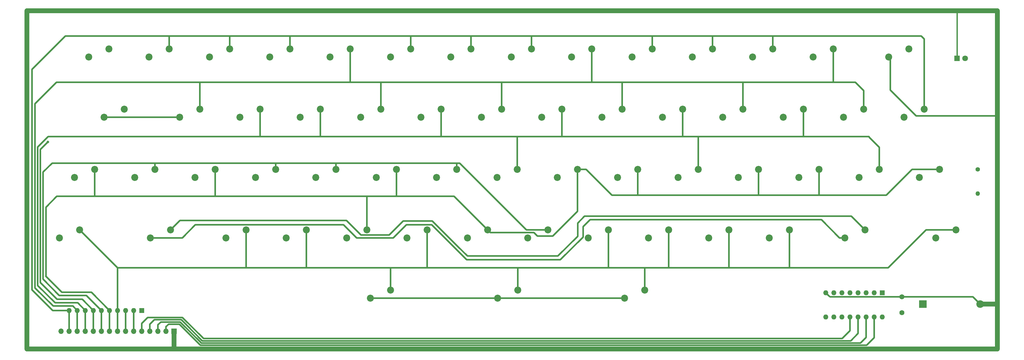
<source format=gbr>
%TF.GenerationSoftware,KiCad,Pcbnew,7.0.7*%
%TF.CreationDate,2024-01-28T23:49:52+00:00*%
%TF.ProjectId,Lynx-Keyboard,4c796e78-2d4b-4657-9962-6f6172642e6b,rev?*%
%TF.SameCoordinates,Original*%
%TF.FileFunction,Copper,L2,Bot*%
%TF.FilePolarity,Positive*%
%FSLAX46Y46*%
G04 Gerber Fmt 4.6, Leading zero omitted, Abs format (unit mm)*
G04 Created by KiCad (PCBNEW 7.0.7) date 2024-01-28 23:49:52*
%MOMM*%
%LPD*%
G01*
G04 APERTURE LIST*
%TA.AperFunction,ComponentPad*%
%ADD10R,1.800000X1.800000*%
%TD*%
%TA.AperFunction,ComponentPad*%
%ADD11C,1.800000*%
%TD*%
%TA.AperFunction,ComponentPad*%
%ADD12R,2.400000X2.400000*%
%TD*%
%TA.AperFunction,ComponentPad*%
%ADD13O,2.400000X2.400000*%
%TD*%
%TA.AperFunction,ComponentPad*%
%ADD14C,2.200000*%
%TD*%
%TA.AperFunction,ComponentPad*%
%ADD15R,1.600000X1.600000*%
%TD*%
%TA.AperFunction,ComponentPad*%
%ADD16O,1.600000X1.600000*%
%TD*%
%TA.AperFunction,ComponentPad*%
%ADD17C,1.600000*%
%TD*%
%TA.AperFunction,ComponentPad*%
%ADD18C,1.400000*%
%TD*%
%TA.AperFunction,ComponentPad*%
%ADD19O,1.400000X1.400000*%
%TD*%
%TA.AperFunction,ComponentPad*%
%ADD20R,1.700000X1.700000*%
%TD*%
%TA.AperFunction,ComponentPad*%
%ADD21O,1.700000X1.700000*%
%TD*%
%TA.AperFunction,ViaPad*%
%ADD22C,0.800000*%
%TD*%
%TA.AperFunction,Conductor*%
%ADD23C,1.500000*%
%TD*%
%TA.AperFunction,Conductor*%
%ADD24C,0.500000*%
%TD*%
%TA.AperFunction,Conductor*%
%ADD25C,0.400000*%
%TD*%
G04 APERTURE END LIST*
D10*
%TO.P,D18,1,K*%
%TO.N,GND*%
X328600000Y-50690000D03*
D11*
%TO.P,D18,2,A*%
%TO.N,Net-(D18-A)*%
X331140000Y-50690000D03*
%TD*%
D12*
%TO.P,C2,1*%
%TO.N,+5V*%
X317850000Y-128112500D03*
D13*
%TO.P,C2,2*%
%TO.N,GND*%
X335850000Y-128112500D03*
%TD*%
D14*
%TO.P,SW41,1,A*%
%TO.N,ROW4*%
X76100000Y-85700000D03*
%TO.P,SW41,2,B*%
%TO.N,COL0*%
X69750000Y-88240000D03*
%TD*%
%TO.P,SW74,1,A*%
%TO.N,!RST*%
X313400000Y-47700000D03*
%TO.P,SW74,2,B*%
%TO.N,GND*%
X307050000Y-50240000D03*
%TD*%
%TO.P,SW5,1,A*%
%TO.N,ROW0*%
X175600000Y-47700000D03*
%TO.P,SW5,2,B*%
%TO.N,COL4*%
X169250000Y-50240000D03*
%TD*%
%TO.P,SW56,1,A*%
%TO.N,ROW5*%
X209100000Y-85700000D03*
%TO.P,SW56,2,B*%
%TO.N,COL5*%
X202750000Y-88240000D03*
%TD*%
%TO.P,SW4,1,A*%
%TO.N,ROW0*%
X156600000Y-47700000D03*
%TO.P,SW4,2,B*%
%TO.N,COL3*%
X150250000Y-50240000D03*
%TD*%
%TO.P,SW22,1,A*%
%TO.N,ROW2*%
X128200000Y-66700000D03*
%TO.P,SW22,2,B*%
%TO.N,COL1*%
X121850000Y-69240000D03*
%TD*%
%TO.P,SW44,1,A*%
%TO.N,ROW4*%
X171100000Y-85700000D03*
%TO.P,SW44,2,B*%
%TO.N,COL3*%
X164750000Y-88240000D03*
%TD*%
%TO.P,SW64,1,A*%
%TO.N,ROW6*%
X161800000Y-104700000D03*
%TO.P,SW64,2,B*%
%TO.N,COL3*%
X155450000Y-107240000D03*
%TD*%
%TO.P,SW72,1,A*%
%TO.N,ROW6*%
X150300000Y-123700000D03*
%TO.P,SW72,2,B*%
%TO.N,COL4*%
X143950000Y-126240000D03*
%TD*%
%TO.P,SW69,1,A*%
%TO.N,ROW6*%
X275800000Y-104700000D03*
%TO.P,SW69,2,B*%
%TO.N,COL8*%
X269450000Y-107240000D03*
%TD*%
%TO.P,SW71,1,A*%
%TO.N,ROW7*%
X81000000Y-104700000D03*
%TO.P,SW71,2,B*%
%TO.N,COL0*%
X74650000Y-107240000D03*
%TD*%
%TO.P,SW68,1,A*%
%TO.N,ROW6*%
X256800000Y-104700000D03*
%TO.P,SW68,2,B*%
%TO.N,COL7*%
X250450000Y-107240000D03*
%TD*%
%TO.P,SW66,1,A*%
%TO.N,ROW6*%
X218800000Y-104700000D03*
%TO.P,SW66,2,B*%
%TO.N,COL5*%
X212450000Y-107240000D03*
%TD*%
%TO.P,SW3,1,A*%
%TO.N,ROW0*%
X99600000Y-47700000D03*
%TO.P,SW3,2,B*%
%TO.N,COL2*%
X93250000Y-50240000D03*
%TD*%
%TO.P,SW18,1,A*%
%TO.N,ROW1*%
X261200000Y-66700000D03*
%TO.P,SW18,2,B*%
%TO.N,COL7*%
X254850000Y-69240000D03*
%TD*%
%TO.P,SW59,1,A*%
%TO.N,ROW5*%
X285100000Y-85700000D03*
%TO.P,SW59,2,B*%
%TO.N,COL8*%
X278750000Y-88240000D03*
%TD*%
D15*
%TO.P,IC1,1,~{Q0}*%
%TO.N,COL0*%
X305050000Y-124530000D03*
D16*
%TO.P,IC1,2,~{Q1}*%
%TO.N,COL1*%
X302510000Y-124530000D03*
%TO.P,IC1,3,~{Q2}*%
%TO.N,COL2*%
X299970000Y-124530000D03*
%TO.P,IC1,4,~{Q3}*%
%TO.N,COL3*%
X297430000Y-124530000D03*
%TO.P,IC1,5,~{Q4}*%
%TO.N,COL4*%
X294890000Y-124530000D03*
%TO.P,IC1,6,~{Q5}*%
%TO.N,COL5*%
X292350000Y-124530000D03*
%TO.P,IC1,7,~{Q6}*%
%TO.N,COL6*%
X289810000Y-124530000D03*
%TO.P,IC1,8,GND*%
%TO.N,GND*%
X287270000Y-124530000D03*
%TO.P,IC1,9,~{Q7}*%
%TO.N,COL7*%
X287270000Y-132150000D03*
%TO.P,IC1,10,~{Q8}*%
%TO.N,COL8*%
X289810000Y-132150000D03*
%TO.P,IC1,11,~{Q9}*%
%TO.N,COL9*%
X292350000Y-132150000D03*
%TO.P,IC1,12,D*%
%TO.N,/KBA3*%
X294890000Y-132150000D03*
%TO.P,IC1,13,C*%
%TO.N,/KBA2*%
X297430000Y-132150000D03*
%TO.P,IC1,14,B*%
%TO.N,/KBA1*%
X299970000Y-132150000D03*
%TO.P,IC1,15,A*%
%TO.N,/KBA0*%
X302510000Y-132150000D03*
%TO.P,IC1,16,VCC*%
%TO.N,+5V*%
X305050000Y-132150000D03*
%TD*%
D14*
%TO.P,SW53,1,A*%
%TO.N,ROW5*%
X95100000Y-85700000D03*
%TO.P,SW53,2,B*%
%TO.N,COL2*%
X88750000Y-88240000D03*
%TD*%
%TO.P,SW55,1,A*%
%TO.N,ROW5*%
X180800000Y-104700000D03*
%TO.P,SW55,2,B*%
%TO.N,COL4*%
X174450000Y-107240000D03*
%TD*%
%TO.P,SW75,1,A*%
%TO.N,ROW7*%
X299600000Y-104700000D03*
%TO.P,SW75,2,B*%
%TO.N,COL0*%
X293250000Y-107240000D03*
%TD*%
%TO.P,SW30,1,A*%
%TO.N,ROW2*%
X304100000Y-85700000D03*
%TO.P,SW30,2,B*%
%TO.N,COL9*%
X297750000Y-88240000D03*
%TD*%
%TO.P,SW51,1,A*%
%TO.N,ROW5*%
X57100000Y-85700000D03*
%TO.P,SW51,2,B*%
%TO.N,COL0*%
X50750000Y-88240000D03*
%TD*%
%TO.P,SW26,1,A*%
%TO.N,ROW2*%
X204200000Y-66700000D03*
%TO.P,SW26,2,B*%
%TO.N,COL5*%
X197850000Y-69240000D03*
%TD*%
%TO.P,SW45,1,A*%
%TO.N,ROW4*%
X199800000Y-104700000D03*
%TO.P,SW45,2,B*%
%TO.N,COL4*%
X193450000Y-107240000D03*
%TD*%
D17*
%TO.P,C1,1*%
%TO.N,GND*%
X311190000Y-125830000D03*
%TO.P,C1,2*%
%TO.N,+5V*%
X311190000Y-130830000D03*
%TD*%
D14*
%TO.P,SW15,1,A*%
%TO.N,ROW1*%
X185200000Y-66700000D03*
%TO.P,SW15,2,B*%
%TO.N,COL4*%
X178850000Y-69240000D03*
%TD*%
%TO.P,SW42,1,A*%
%TO.N,ROW4*%
X133100000Y-85700000D03*
%TO.P,SW42,2,B*%
%TO.N,COL1*%
X126750000Y-88240000D03*
%TD*%
%TO.P,SW2,1,A*%
%TO.N,ROW0*%
X118600000Y-47700000D03*
%TO.P,SW2,2,B*%
%TO.N,COL1*%
X112250000Y-50240000D03*
%TD*%
%TO.P,SW54,1,A*%
%TO.N,ROW5*%
X152100000Y-85700000D03*
%TO.P,SW54,2,B*%
%TO.N,COL3*%
X145750000Y-88240000D03*
%TD*%
%TO.P,SW23,1,A*%
%TO.N,ROW2*%
X109200000Y-66700000D03*
%TO.P,SW23,2,B*%
%TO.N,COL2*%
X102850000Y-69240000D03*
%TD*%
%TO.P,SW25,1,A*%
%TO.N,ROW2*%
X190100000Y-85700000D03*
%TO.P,SW25,2,B*%
%TO.N,COL4*%
X183750000Y-88240000D03*
%TD*%
%TO.P,SW6,1,A*%
%TO.N,ROW0*%
X194600000Y-47700000D03*
%TO.P,SW6,2,B*%
%TO.N,COL5*%
X188250000Y-50240000D03*
%TD*%
%TO.P,SW63,1,A*%
%TO.N,ROW6*%
X104800000Y-104700000D03*
%TO.P,SW63,2,B*%
%TO.N,COL2*%
X98450000Y-107240000D03*
%TD*%
%TO.P,SW65,1,A*%
%TO.N,ROW6*%
X190300000Y-123700000D03*
%TO.P,SW65,2,B*%
%TO.N,COL4*%
X183950000Y-126240000D03*
%TD*%
%TO.P,SW24,1,A*%
%TO.N,ROW2*%
X166200000Y-66700000D03*
%TO.P,SW24,2,B*%
%TO.N,COL3*%
X159850000Y-69240000D03*
%TD*%
%TO.P,SW28,1,A*%
%TO.N,ROW2*%
X247100000Y-85700000D03*
%TO.P,SW28,2,B*%
%TO.N,COL7*%
X240750000Y-88240000D03*
%TD*%
%TO.P,SW29,1,A*%
%TO.N,ROW2*%
X280200000Y-66700000D03*
%TO.P,SW29,2,B*%
%TO.N,COL8*%
X273850000Y-69240000D03*
%TD*%
%TO.P,SW70,1,A*%
%TO.N,ROW6*%
X328200000Y-104700000D03*
%TO.P,SW70,2,B*%
%TO.N,COL9*%
X321850000Y-107240000D03*
%TD*%
%TO.P,SW16,1,A*%
%TO.N,ROW1*%
X213600000Y-47700000D03*
%TO.P,SW16,2,B*%
%TO.N,COL5*%
X207250000Y-50240000D03*
%TD*%
%TO.P,SW60,1,A*%
%TO.N,ROW5*%
X323100000Y-85700000D03*
%TO.P,SW60,2,B*%
%TO.N,COL9*%
X316750000Y-88240000D03*
%TD*%
%TO.P,SW43,1,A*%
%TO.N,ROW4*%
X114100000Y-85700000D03*
%TO.P,SW43,2,B*%
%TO.N,COL2*%
X107750000Y-88240000D03*
%TD*%
D15*
%TO.P,RN1,1,common*%
%TO.N,+5V*%
X71960000Y-130080000D03*
D16*
%TO.P,RN1,2,R1*%
%TO.N,!RST*%
X69420000Y-130080000D03*
%TO.P,RN1,3,R2*%
%TO.N,ROW7*%
X66880000Y-130080000D03*
%TO.P,RN1,4,R3*%
%TO.N,ROW6*%
X64340000Y-130080000D03*
%TO.P,RN1,5,R4*%
%TO.N,ROW5*%
X61800000Y-130080000D03*
%TO.P,RN1,6,R5*%
%TO.N,ROW4*%
X59260000Y-130080000D03*
%TO.P,RN1,7,R6*%
%TO.N,ROW3*%
X56720000Y-130080000D03*
%TO.P,RN1,8,R7*%
%TO.N,ROW2*%
X54180000Y-130080000D03*
%TO.P,RN1,9,R8*%
%TO.N,ROW1*%
X51640000Y-130080000D03*
%TO.P,RN1,10,R9*%
%TO.N,ROW0*%
X49100000Y-130080000D03*
%TD*%
D14*
%TO.P,SW13,1,A*%
%TO.N,ROW1*%
X90200000Y-66700000D03*
%TO.P,SW13,2,B*%
%TO.N,COL2*%
X83850000Y-69240000D03*
%TD*%
%TO.P,SW1,1,A*%
%TO.N,ROW0*%
X80600000Y-47700000D03*
%TO.P,SW1,2,B*%
%TO.N,COL0*%
X74250000Y-50240000D03*
%TD*%
%TO.P,SW62,1,A*%
%TO.N,ROW6*%
X123800000Y-104700000D03*
%TO.P,SW62,2,B*%
%TO.N,COL1*%
X117450000Y-107240000D03*
%TD*%
%TO.P,SW7,1,A*%
%TO.N,ROW0*%
X232600000Y-47700000D03*
%TO.P,SW7,2,B*%
%TO.N,COL6*%
X226250000Y-50240000D03*
%TD*%
D18*
%TO.P,R18,1*%
%TO.N,Net-(D18-A)*%
X335060000Y-85710000D03*
D19*
%TO.P,R18,2*%
%TO.N,+5V*%
X335060000Y-93330000D03*
%TD*%
D14*
%TO.P,SW67,1,A*%
%TO.N,ROW6*%
X237800000Y-104700000D03*
%TO.P,SW67,2,B*%
%TO.N,COL6*%
X231450000Y-107240000D03*
%TD*%
%TO.P,SW19,1,A*%
%TO.N,ROW1*%
X289600000Y-47700000D03*
%TO.P,SW19,2,B*%
%TO.N,COL8*%
X283250000Y-50240000D03*
%TD*%
%TO.P,SW58,1,A*%
%TO.N,ROW5*%
X266100000Y-85700000D03*
%TO.P,SW58,2,B*%
%TO.N,COL7*%
X259750000Y-88240000D03*
%TD*%
%TO.P,SW14,1,A*%
%TO.N,ROW1*%
X147200000Y-66700000D03*
%TO.P,SW14,2,B*%
%TO.N,COL3*%
X140850000Y-69240000D03*
%TD*%
%TO.P,SW20,1,A*%
%TO.N,ROW1*%
X299200000Y-66700000D03*
%TO.P,SW20,2,B*%
%TO.N,COL9*%
X292850000Y-69240000D03*
%TD*%
%TO.P,SW73,1,A*%
%TO.N,ROW6*%
X230300000Y-123700000D03*
%TO.P,SW73,2,B*%
%TO.N,COL4*%
X223950000Y-126240000D03*
%TD*%
%TO.P,SW17,1,A*%
%TO.N,ROW1*%
X223200000Y-66700000D03*
%TO.P,SW17,2,B*%
%TO.N,COL6*%
X216850000Y-69240000D03*
%TD*%
%TO.P,SW8,1,A*%
%TO.N,ROW0*%
X251600000Y-47700000D03*
%TO.P,SW8,2,B*%
%TO.N,COL7*%
X245250000Y-50240000D03*
%TD*%
D20*
%TO.P,PL1,1,Pin_1*%
%TO.N,GND*%
X82130000Y-136650000D03*
D21*
%TO.P,PL1,2,Pin_2*%
%TO.N,/KBA0*%
X79590000Y-136650000D03*
%TO.P,PL1,3,Pin_3*%
%TO.N,/KBA1*%
X77050000Y-136650000D03*
%TO.P,PL1,4,Pin_4*%
%TO.N,/KBA2*%
X74510000Y-136650000D03*
%TO.P,PL1,5,Pin_5*%
%TO.N,/KBA3*%
X71970000Y-136650000D03*
%TO.P,PL1,6,Pin_6*%
%TO.N,!RST*%
X69430000Y-136650000D03*
%TO.P,PL1,7,Pin_7*%
%TO.N,ROW7*%
X66890000Y-136650000D03*
%TO.P,PL1,8,Pin_8*%
%TO.N,ROW6*%
X64350000Y-136650000D03*
%TO.P,PL1,9,Pin_9*%
%TO.N,ROW5*%
X61810000Y-136650000D03*
%TO.P,PL1,10,Pin_10*%
%TO.N,ROW4*%
X59270000Y-136650000D03*
%TO.P,PL1,11,Pin_11*%
%TO.N,ROW3*%
X56730000Y-136650000D03*
%TO.P,PL1,12,Pin_12*%
%TO.N,ROW2*%
X54190000Y-136650000D03*
%TO.P,PL1,13,Pin_13*%
%TO.N,ROW1*%
X51650000Y-136650000D03*
%TO.P,PL1,14,Pin_14*%
%TO.N,ROW0*%
X49110000Y-136650000D03*
%TO.P,PL1,15,Pin_15*%
%TO.N,+5V*%
X46570000Y-136650000D03*
%TD*%
D14*
%TO.P,SW33,1,A*%
%TO.N,ROW3*%
X66400000Y-66700000D03*
%TO.P,SW33,2,B*%
%TO.N,COL2*%
X60050000Y-69240000D03*
%TD*%
%TO.P,SW9,1,A*%
%TO.N,ROW0*%
X270600000Y-47700000D03*
%TO.P,SW9,2,B*%
%TO.N,COL8*%
X264250000Y-50240000D03*
%TD*%
%TO.P,SW52,1,A*%
%TO.N,ROW5*%
X142800000Y-104700000D03*
%TO.P,SW52,2,B*%
%TO.N,COL1*%
X136450000Y-107240000D03*
%TD*%
%TO.P,SW31,1,A*%
%TO.N,ROW3*%
X61600000Y-47700000D03*
%TO.P,SW31,2,B*%
%TO.N,COL0*%
X55250000Y-50240000D03*
%TD*%
%TO.P,SW61,1,A*%
%TO.N,ROW6*%
X52400000Y-104700000D03*
%TO.P,SW61,2,B*%
%TO.N,COL0*%
X46050000Y-107240000D03*
%TD*%
%TO.P,SW12,1,A*%
%TO.N,ROW1*%
X137600000Y-47700000D03*
%TO.P,SW12,2,B*%
%TO.N,COL1*%
X131250000Y-50240000D03*
%TD*%
%TO.P,SW57,1,A*%
%TO.N,ROW5*%
X228100000Y-85700000D03*
%TO.P,SW57,2,B*%
%TO.N,COL6*%
X221750000Y-88240000D03*
%TD*%
%TO.P,SW10,1,A*%
%TO.N,ROW0*%
X318200000Y-66700000D03*
%TO.P,SW10,2,B*%
%TO.N,COL9*%
X311850000Y-69240000D03*
%TD*%
%TO.P,SW27,1,A*%
%TO.N,ROW2*%
X242200000Y-66700000D03*
%TO.P,SW27,2,B*%
%TO.N,COL6*%
X235850000Y-69240000D03*
%TD*%
D22*
%TO.N,ROW3*%
X42410000Y-77000000D03*
%TD*%
D23*
%TO.N,GND*%
X341250000Y-35750000D02*
X328600000Y-35750000D01*
X341250000Y-68680000D02*
X341250000Y-35750000D01*
X341142500Y-128112500D02*
X335850000Y-128112500D01*
X341250000Y-128220000D02*
X341142500Y-128112500D01*
X341250000Y-128220000D02*
X341250000Y-130020000D01*
X341250000Y-121740000D02*
X341250000Y-128220000D01*
D24*
X333567500Y-125830000D02*
X335850000Y-128112500D01*
X311190000Y-125830000D02*
X333567500Y-125830000D01*
D25*
X328600000Y-50690000D02*
X328600000Y-35750000D01*
D23*
X35750000Y-35750000D02*
X328600000Y-35750000D01*
X341250000Y-68680000D02*
X341250000Y-121740000D01*
X317660000Y-142250000D02*
X125070000Y-142250000D01*
D24*
X315670000Y-68800000D02*
X341130000Y-68800000D01*
X287270000Y-124530000D02*
X288200000Y-125460000D01*
D23*
X82130000Y-142250000D02*
X35750000Y-142250000D01*
X35750000Y-142250000D02*
X35750000Y-35750000D01*
D24*
X307590000Y-60720000D02*
X315670000Y-68800000D01*
D23*
X82130000Y-136650000D02*
X82130000Y-142250000D01*
D24*
X288580000Y-125830000D02*
X311190000Y-125830000D01*
D23*
X341250000Y-130020000D02*
X341250000Y-142250000D01*
X125070000Y-142250000D02*
X88850000Y-142250000D01*
D24*
X288200000Y-125460000D02*
X288210000Y-125460000D01*
X307050000Y-50240000D02*
X307590000Y-50780000D01*
X307590000Y-50780000D02*
X307590000Y-60720000D01*
D23*
X341250000Y-142250000D02*
X317660000Y-142250000D01*
D24*
X341130000Y-68800000D02*
X341250000Y-68680000D01*
X288210000Y-125460000D02*
X288580000Y-125830000D01*
D23*
X88850000Y-142250000D02*
X82130000Y-142250000D01*
D24*
%TO.N,/KBA0*%
X80400000Y-134430000D02*
X83780050Y-134430000D01*
X89860000Y-140509950D02*
X89860000Y-140550000D01*
X79590000Y-135240000D02*
X80400000Y-134430000D01*
X302510000Y-138650000D02*
X302510000Y-132150000D01*
X90360001Y-141050000D02*
X300110000Y-141050000D01*
X83780050Y-134430000D02*
X89860000Y-140509950D01*
X300110000Y-141050000D02*
X302510000Y-138650000D01*
X89860000Y-140550000D02*
X90360001Y-141050000D01*
X79590000Y-136650000D02*
X79590000Y-135240000D01*
%TO.N,/KBA1*%
X90560000Y-140260050D02*
X90649950Y-140350000D01*
X90649950Y-140350000D02*
X298200000Y-140350000D01*
X77050000Y-134600000D02*
X77920000Y-133730000D01*
X77920000Y-133730000D02*
X84070000Y-133730000D01*
X298200000Y-140350000D02*
X299970000Y-138580000D01*
X77050000Y-136650000D02*
X77050000Y-134600000D01*
X90560000Y-140220000D02*
X90560000Y-140260050D01*
X84070000Y-133730000D02*
X90560000Y-140220000D01*
X299970000Y-138580000D02*
X299970000Y-132150000D01*
%TO.N,/KBA2*%
X85960000Y-134620000D02*
X90990000Y-139650000D01*
X74510000Y-134450000D02*
X75930000Y-133030000D01*
X75930000Y-133030000D02*
X84410000Y-133030000D01*
X295140000Y-139650000D02*
X297430000Y-137360000D01*
X90990000Y-139650000D02*
X295140000Y-139650000D01*
X297430000Y-137360000D02*
X297430000Y-132150000D01*
X84410000Y-133030000D02*
X85960000Y-134580000D01*
X74510000Y-136650000D02*
X74510000Y-134450000D01*
X85960000Y-134580000D02*
X85960000Y-134620000D01*
%TO.N,/KBA3*%
X292400000Y-138950000D02*
X294890000Y-136460000D01*
X91390000Y-138950000D02*
X292400000Y-138950000D01*
X294890000Y-136460000D02*
X294890000Y-132150000D01*
X71970000Y-134150000D02*
X73790000Y-132330000D01*
X84770000Y-132330000D02*
X91390000Y-138950000D01*
X73790000Y-132330000D02*
X84770000Y-132330000D01*
X71970000Y-136650000D02*
X71970000Y-134150000D01*
%TO.N,!RST*%
X69420000Y-136640000D02*
X69430000Y-136650000D01*
X69420000Y-130080000D02*
X69420000Y-136640000D01*
%TO.N,ROW7*%
X171360000Y-109860000D02*
X163420000Y-101920000D01*
X66880000Y-130080000D02*
X66880000Y-136640000D01*
X140980000Y-106350000D02*
X136350000Y-101720000D01*
X154230000Y-101920000D02*
X149800000Y-106350000D01*
X202920000Y-112960000D02*
X174450812Y-112960000D01*
X209150000Y-106730000D02*
X202920000Y-112960000D01*
X295300000Y-100400000D02*
X211330000Y-100400000D01*
X136350000Y-101720000D02*
X83980000Y-101720000D01*
X299600000Y-104700000D02*
X295300000Y-100400000D01*
X149800000Y-106350000D02*
X140980000Y-106350000D01*
X209150000Y-102580000D02*
X209150000Y-106730000D01*
X163420000Y-101920000D02*
X154230000Y-101920000D01*
X171360000Y-109869188D02*
X171360000Y-109860000D01*
X174450812Y-112960000D02*
X171360000Y-109869188D01*
X83980000Y-101720000D02*
X81000000Y-104700000D01*
X66880000Y-136640000D02*
X66890000Y-136650000D01*
X211330000Y-100400000D02*
X209150000Y-102580000D01*
%TO.N,ROW6*%
X64340000Y-130080000D02*
X64340000Y-116640000D01*
X237800000Y-104700000D02*
X237800000Y-116630000D01*
X230310000Y-116640000D02*
X237790000Y-116640000D01*
X218800000Y-116570000D02*
X218870000Y-116640000D01*
X190270000Y-116640000D02*
X218870000Y-116640000D01*
X230300000Y-123700000D02*
X230300000Y-116650000D01*
X123800000Y-104700000D02*
X123800000Y-116600000D01*
X275800000Y-116620000D02*
X275820000Y-116640000D01*
X161800000Y-116630000D02*
X161790000Y-116640000D01*
X237790000Y-116640000D02*
X256850000Y-116640000D01*
X64340000Y-116640000D02*
X104730000Y-116640000D01*
X104730000Y-116640000D02*
X123840000Y-116640000D01*
X190300000Y-123700000D02*
X190300000Y-116670000D01*
X237800000Y-116630000D02*
X237790000Y-116640000D01*
X218870000Y-116640000D02*
X230310000Y-116640000D01*
X123800000Y-116600000D02*
X123840000Y-116640000D01*
X275820000Y-116640000D02*
X306870000Y-116640000D01*
X161800000Y-104700000D02*
X161800000Y-116630000D01*
X256800000Y-104700000D02*
X256800000Y-116590000D01*
X218800000Y-104700000D02*
X218800000Y-116570000D01*
X161790000Y-116640000D02*
X190270000Y-116640000D01*
X275800000Y-104700000D02*
X275800000Y-116620000D01*
X64340000Y-130080000D02*
X64340000Y-136640000D01*
X64340000Y-116640000D02*
X52400000Y-104700000D01*
X256800000Y-116590000D02*
X256850000Y-116640000D01*
X230300000Y-116650000D02*
X230310000Y-116640000D01*
X123840000Y-116640000D02*
X150310000Y-116640000D01*
X150310000Y-116640000D02*
X161790000Y-116640000D01*
X64340000Y-136640000D02*
X64350000Y-136650000D01*
X104800000Y-116570000D02*
X104730000Y-116640000D01*
X150300000Y-116650000D02*
X150310000Y-116640000D01*
X190300000Y-116670000D02*
X190270000Y-116640000D01*
X318810000Y-104700000D02*
X328200000Y-104700000D01*
X306870000Y-116640000D02*
X318810000Y-104700000D01*
X150300000Y-123700000D02*
X150300000Y-116650000D01*
X256850000Y-116640000D02*
X275820000Y-116640000D01*
X104800000Y-104700000D02*
X104800000Y-116570000D01*
%TO.N,ROW5*%
X95100000Y-85700000D02*
X95100000Y-94040000D01*
X306310000Y-93810000D02*
X314420000Y-85700000D01*
X209100000Y-85700000D02*
X211790000Y-85700000D01*
X181640000Y-105540000D02*
X195360000Y-105540000D01*
X180800000Y-104700000D02*
X181640000Y-105540000D01*
X219900000Y-93810000D02*
X228070000Y-93810000D01*
X41710000Y-119300000D02*
X41770000Y-119240000D01*
X95200000Y-94140000D02*
X142740000Y-94140000D01*
X41770000Y-119240000D02*
X41770000Y-97590000D01*
X228100000Y-85700000D02*
X228100000Y-93780000D01*
X57060000Y-94140000D02*
X95200000Y-94140000D01*
X142740000Y-94140000D02*
X152140000Y-94140000D01*
X95100000Y-94040000D02*
X95200000Y-94140000D01*
X228100000Y-93780000D02*
X228070000Y-93810000D01*
X209100000Y-98880000D02*
X209100000Y-85700000D01*
X45220000Y-94140000D02*
X57060000Y-94140000D01*
X61800000Y-130080000D02*
X61800000Y-136640000D01*
X41770000Y-97590000D02*
X45220000Y-94140000D01*
X170240000Y-94140000D02*
X180800000Y-104700000D01*
X142800000Y-94200000D02*
X142740000Y-94140000D01*
X152100000Y-85700000D02*
X152100000Y-94100000D01*
X314420000Y-85700000D02*
X323100000Y-85700000D01*
X211790000Y-85700000D02*
X219900000Y-93810000D01*
X46780000Y-124370000D02*
X41710000Y-119300000D01*
X195360000Y-105540000D02*
X196520000Y-106700000D01*
X57100000Y-94100000D02*
X57060000Y-94140000D01*
X196520000Y-106700000D02*
X201280000Y-106700000D01*
X228070000Y-93810000D02*
X266000000Y-93810000D01*
X57100000Y-85700000D02*
X57100000Y-94100000D01*
X266100000Y-93710000D02*
X266000000Y-93810000D01*
X201280000Y-106700000D02*
X209100000Y-98880000D01*
X285100000Y-85700000D02*
X285100000Y-93760000D01*
X285100000Y-93760000D02*
X285150000Y-93810000D01*
X152100000Y-94100000D02*
X152140000Y-94140000D01*
X61800000Y-136640000D02*
X61810000Y-136650000D01*
X142800000Y-104700000D02*
X142800000Y-94200000D01*
X285150000Y-93810000D02*
X306310000Y-93810000D01*
X152140000Y-94140000D02*
X170240000Y-94140000D01*
X61800000Y-130080000D02*
X56090000Y-124370000D01*
X266000000Y-93810000D02*
X285150000Y-93810000D01*
X266100000Y-85700000D02*
X266100000Y-93710000D01*
X56090000Y-124370000D02*
X46780000Y-124370000D01*
%TO.N,ROW4*%
X133100000Y-85700000D02*
X133100000Y-83700000D01*
X192990000Y-104700000D02*
X199800000Y-104700000D01*
X171060000Y-83700000D02*
X171990000Y-83700000D01*
X45990000Y-125340000D02*
X40890000Y-120240000D01*
X114090000Y-83700000D02*
X133100000Y-83700000D01*
X114100000Y-83710000D02*
X114090000Y-83700000D01*
X40890000Y-120240000D02*
X40890000Y-86520000D01*
X76100000Y-83820000D02*
X75980000Y-83700000D01*
X171990000Y-83700000D02*
X192990000Y-104700000D01*
X54520000Y-125340000D02*
X45990000Y-125340000D01*
X171100000Y-83740000D02*
X171060000Y-83700000D01*
X40890000Y-86520000D02*
X43710000Y-83700000D01*
X76100000Y-85700000D02*
X76100000Y-83820000D01*
X43710000Y-83700000D02*
X75980000Y-83700000D01*
X171100000Y-85700000D02*
X171100000Y-83740000D01*
X59260000Y-136640000D02*
X59270000Y-136650000D01*
X59260000Y-130080000D02*
X54520000Y-125340000D01*
X75980000Y-83700000D02*
X114090000Y-83700000D01*
X114100000Y-85700000D02*
X114100000Y-83710000D01*
X133100000Y-83700000D02*
X171060000Y-83700000D01*
X59260000Y-130080000D02*
X59260000Y-136640000D01*
%TO.N,ROW3*%
X56720000Y-130080000D02*
X56720000Y-136640000D01*
X45260000Y-126580000D02*
X40020000Y-121340000D01*
X56720000Y-136640000D02*
X56730000Y-136650000D01*
X56720000Y-130080000D02*
X53220000Y-126580000D01*
X40020000Y-121340000D02*
X40020000Y-79390000D01*
X40020000Y-79390000D02*
X42410000Y-77000000D01*
X53220000Y-126580000D02*
X45260000Y-126580000D01*
%TO.N,ROW2*%
X109200000Y-75280000D02*
X109130000Y-75350000D01*
X247100000Y-85700000D02*
X247100000Y-75390000D01*
X39190000Y-122230000D02*
X39190000Y-78630000D01*
X242200000Y-75260000D02*
X242110000Y-75350000D01*
X190100000Y-75410000D02*
X190160000Y-75350000D01*
X54180000Y-130080000D02*
X51800000Y-127700000D01*
X44660000Y-127700000D02*
X39190000Y-122230000D01*
X247140000Y-75350000D02*
X280250000Y-75350000D01*
X247100000Y-75390000D02*
X247140000Y-75350000D01*
X109130000Y-75350000D02*
X128170000Y-75350000D01*
X204200000Y-66700000D02*
X204200000Y-75340000D01*
X54180000Y-136640000D02*
X54190000Y-136650000D01*
X54180000Y-130080000D02*
X54180000Y-136640000D01*
X280250000Y-75350000D02*
X300900000Y-75350000D01*
X109200000Y-66700000D02*
X109200000Y-75280000D01*
X204190000Y-75350000D02*
X242110000Y-75350000D01*
X42470000Y-75350000D02*
X109130000Y-75350000D01*
X242200000Y-66700000D02*
X242200000Y-75260000D01*
X39190000Y-78630000D02*
X42470000Y-75350000D01*
X204200000Y-75340000D02*
X204190000Y-75350000D01*
X166200000Y-75280000D02*
X166270000Y-75350000D01*
X190160000Y-75350000D02*
X204190000Y-75350000D01*
X166270000Y-75350000D02*
X190160000Y-75350000D01*
X300900000Y-75350000D02*
X300900000Y-75490000D01*
X128200000Y-75320000D02*
X128170000Y-75350000D01*
X300900000Y-75490000D02*
X304100000Y-78690000D01*
X280200000Y-66700000D02*
X280200000Y-75300000D01*
X128200000Y-66700000D02*
X128200000Y-75320000D01*
X280200000Y-75300000D02*
X280250000Y-75350000D01*
X190100000Y-85700000D02*
X190100000Y-75410000D01*
X51800000Y-127700000D02*
X44660000Y-127700000D01*
X166200000Y-66700000D02*
X166200000Y-75280000D01*
X128170000Y-75350000D02*
X166270000Y-75350000D01*
X304100000Y-78690000D02*
X304100000Y-85700000D01*
X242110000Y-75350000D02*
X247140000Y-75350000D01*
%TO.N,ROW1*%
X51640000Y-136640000D02*
X51650000Y-136650000D01*
X44050000Y-128710000D02*
X38320000Y-122980000D01*
X299200000Y-60890000D02*
X299200000Y-66700000D01*
X51640000Y-130080000D02*
X50270000Y-128710000D01*
X137600000Y-58190000D02*
X137530000Y-58260000D01*
X185200000Y-66700000D02*
X185200000Y-58290000D01*
X137600000Y-47700000D02*
X137600000Y-58190000D01*
X50270000Y-128710000D02*
X44050000Y-128710000D01*
X90200000Y-58270000D02*
X90190000Y-58260000D01*
X147200000Y-58360000D02*
X147100000Y-58260000D01*
X223190000Y-58260000D02*
X261250000Y-58260000D01*
X261200000Y-58310000D02*
X261250000Y-58260000D01*
X223200000Y-58270000D02*
X223190000Y-58260000D01*
X213650000Y-58260000D02*
X223190000Y-58260000D01*
X261250000Y-58260000D02*
X289570000Y-58260000D01*
X185200000Y-58290000D02*
X185170000Y-58260000D01*
X289600000Y-58230000D02*
X289570000Y-58260000D01*
X147200000Y-66700000D02*
X147200000Y-58360000D01*
X38320000Y-122980000D02*
X38320000Y-65040000D01*
X45100000Y-58260000D02*
X90190000Y-58260000D01*
X261200000Y-66700000D02*
X261200000Y-58310000D01*
X38320000Y-65040000D02*
X45100000Y-58260000D01*
X289600000Y-47700000D02*
X289600000Y-58230000D01*
X185170000Y-58260000D02*
X213650000Y-58260000D01*
X147100000Y-58260000D02*
X185170000Y-58260000D01*
X137530000Y-58260000D02*
X147100000Y-58260000D01*
X213600000Y-58210000D02*
X213650000Y-58260000D01*
X90190000Y-58260000D02*
X137530000Y-58260000D01*
X223200000Y-66700000D02*
X223200000Y-58270000D01*
X213600000Y-47700000D02*
X213600000Y-58210000D01*
X289570000Y-58260000D02*
X296570000Y-58260000D01*
X296570000Y-58260000D02*
X299200000Y-60890000D01*
X90200000Y-66700000D02*
X90200000Y-58270000D01*
X51640000Y-130080000D02*
X51640000Y-136640000D01*
%TO.N,ROW0*%
X47910000Y-43680000D02*
X80590000Y-43680000D01*
X99600000Y-47700000D02*
X99600000Y-43810000D01*
X251500000Y-43680000D02*
X270660000Y-43680000D01*
X49100000Y-136640000D02*
X49110000Y-136650000D01*
X37410000Y-123600000D02*
X37410000Y-54180000D01*
X118660000Y-43680000D02*
X156680000Y-43680000D01*
X80590000Y-43680000D02*
X99730000Y-43680000D01*
X156600000Y-43760000D02*
X156680000Y-43680000D01*
X318200000Y-66700000D02*
X318200000Y-44610000D01*
X232600000Y-47700000D02*
X232600000Y-43770000D01*
X194710000Y-43680000D02*
X232690000Y-43680000D01*
X270600000Y-47700000D02*
X270600000Y-43740000D01*
X251600000Y-47700000D02*
X251600000Y-43780000D01*
X99730000Y-43680000D02*
X118660000Y-43680000D01*
X43890000Y-130080000D02*
X37410000Y-123600000D01*
X156680000Y-43680000D02*
X175590000Y-43680000D01*
X80600000Y-43690000D02*
X80590000Y-43680000D01*
X232690000Y-43680000D02*
X251500000Y-43680000D01*
X175600000Y-47700000D02*
X175600000Y-43690000D01*
X80600000Y-47700000D02*
X80600000Y-43690000D01*
X49100000Y-130080000D02*
X43890000Y-130080000D01*
X251600000Y-43780000D02*
X251500000Y-43680000D01*
X156600000Y-47700000D02*
X156600000Y-43760000D01*
X175590000Y-43680000D02*
X194710000Y-43680000D01*
X175600000Y-43690000D02*
X175590000Y-43680000D01*
X99600000Y-43810000D02*
X99730000Y-43680000D01*
X118600000Y-47700000D02*
X118600000Y-43740000D01*
X270660000Y-43680000D02*
X317270000Y-43680000D01*
X118600000Y-43740000D02*
X118660000Y-43680000D01*
X318200000Y-44610000D02*
X317270000Y-43680000D01*
X49100000Y-130080000D02*
X49100000Y-136640000D01*
X270600000Y-43740000D02*
X270660000Y-43680000D01*
X232600000Y-43770000D02*
X232690000Y-43680000D01*
X194600000Y-43790000D02*
X194710000Y-43680000D01*
X194600000Y-47700000D02*
X194600000Y-43790000D01*
X37410000Y-54180000D02*
X47910000Y-43680000D01*
%TO.N,COL4*%
X223950000Y-126240000D02*
X183950000Y-126240000D01*
X143950000Y-126240000D02*
X183950000Y-126240000D01*
%TO.N,COL2*%
X60050000Y-69240000D02*
X83850000Y-69240000D01*
%TO.N,COL0*%
X139560000Y-107280000D02*
X135430000Y-103150000D01*
X163220000Y-103150000D02*
X155250000Y-103150000D01*
X151120000Y-107280000D02*
X139560000Y-107280000D01*
X84730000Y-107240000D02*
X74650000Y-107240000D01*
X213120000Y-101500000D02*
X210900000Y-103720000D01*
X88820000Y-103150000D02*
X84730000Y-107240000D01*
X210900000Y-103720000D02*
X210900000Y-106970000D01*
X293250000Y-107240000D02*
X291610000Y-107240000D01*
X135430000Y-103150000D02*
X88820000Y-103150000D01*
X285870000Y-101500000D02*
X213120000Y-101500000D01*
X155250000Y-103150000D02*
X151120000Y-107280000D01*
X210900000Y-106970000D02*
X203720000Y-114150000D01*
X203720000Y-114150000D02*
X174220000Y-114150000D01*
X174220000Y-114150000D02*
X163220000Y-103150000D01*
X291610000Y-107240000D02*
X285870000Y-101500000D01*
%TD*%
M02*

</source>
